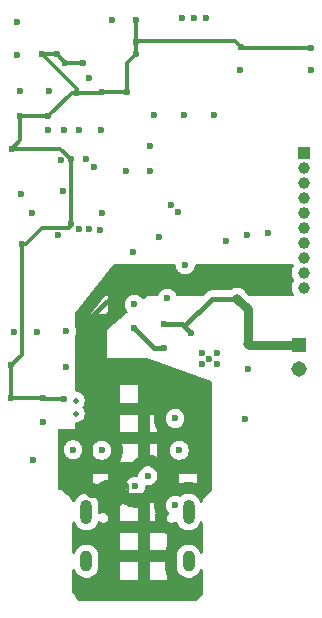
<source format=gbr>
%TF.GenerationSoftware,KiCad,Pcbnew,9.0.4*%
%TF.CreationDate,2025-09-15T16:29:57+02:00*%
%TF.ProjectId,stm32-mcu,73746d33-322d-46d6-9375-2e6b69636164,rev?*%
%TF.SameCoordinates,Original*%
%TF.FileFunction,Copper,L4,Inr*%
%TF.FilePolarity,Positive*%
%FSLAX46Y46*%
G04 Gerber Fmt 4.6, Leading zero omitted, Abs format (unit mm)*
G04 Created by KiCad (PCBNEW 9.0.4) date 2025-09-15 16:29:57*
%MOMM*%
%LPD*%
G01*
G04 APERTURE LIST*
%TA.AperFunction,HeatsinkPad*%
%ADD10O,1.000000X2.100000*%
%TD*%
%TA.AperFunction,HeatsinkPad*%
%ADD11O,1.000000X1.800000*%
%TD*%
%TA.AperFunction,ComponentPad*%
%ADD12R,1.000000X1.000000*%
%TD*%
%TA.AperFunction,ComponentPad*%
%ADD13C,1.000000*%
%TD*%
%TA.AperFunction,HeatsinkPad*%
%ADD14C,0.500000*%
%TD*%
%TA.AperFunction,HeatsinkPad*%
%ADD15C,0.600000*%
%TD*%
%TA.AperFunction,ComponentPad*%
%ADD16R,1.308000X1.308000*%
%TD*%
%TA.AperFunction,ComponentPad*%
%ADD17C,1.308000*%
%TD*%
%TA.AperFunction,ViaPad*%
%ADD18C,0.600000*%
%TD*%
%TA.AperFunction,ViaPad*%
%ADD19C,0.800000*%
%TD*%
%TA.AperFunction,Conductor*%
%ADD20C,0.200000*%
%TD*%
%TA.AperFunction,Conductor*%
%ADD21C,0.400000*%
%TD*%
%TA.AperFunction,Conductor*%
%ADD22C,0.300000*%
%TD*%
%TA.AperFunction,Conductor*%
%ADD23C,0.500000*%
%TD*%
%TA.AperFunction,Conductor*%
%ADD24C,0.750000*%
%TD*%
G04 APERTURE END LIST*
D10*
%TO.N,GND*%
%TO.C,J1*%
X135655387Y-115604149D03*
D11*
X135655387Y-119784149D03*
D10*
X144295387Y-115604149D03*
D11*
X144295387Y-119784149D03*
%TD*%
D12*
%TO.N,/LITE_PWM*%
%TO.C,J2*%
X154060387Y-85184149D03*
D13*
%TO.N,/SPI1_MISO*%
X154060387Y-86454149D03*
%TO.N,/SPI1_SCK*%
X154060387Y-87724149D03*
%TO.N,/SPI1_MOSI*%
X154060387Y-88994149D03*
%TO.N,/TFT_CS*%
X154060387Y-90264149D03*
%TO.N,/CARD_CS*%
X154060387Y-91534149D03*
%TO.N,/D{slash}C*%
X154060387Y-92804149D03*
%TO.N,/BOOT*%
X154060387Y-94074149D03*
%TO.N,/5vUSB*%
X154060387Y-95344149D03*
%TO.N,GND*%
X154060387Y-96614149D03*
%TD*%
D14*
%TO.N,GND*%
%TO.C,U2*%
X134757887Y-106176791D03*
X134757887Y-107276791D03*
%TD*%
D15*
%TO.N,GND*%
%TO.C,U8*%
X145414812Y-103110000D03*
X146694812Y-103110000D03*
X145414812Y-102140000D03*
X146694812Y-102140000D03*
%TD*%
D16*
%TO.N,/VBAT*%
%TO.C,J3*%
X153670000Y-101505000D03*
D17*
%TO.N,GND*%
X153670000Y-103505000D03*
%TD*%
D18*
%TO.N,GND*%
X139608465Y-93614335D03*
X146054812Y-102625000D03*
X137790733Y-73950812D03*
X129794000Y-74168000D03*
X129794000Y-76911200D03*
X132486400Y-80010000D03*
X129997200Y-80010000D03*
X141020800Y-86715600D03*
X141020800Y-84632800D03*
X141376400Y-81991200D03*
X154686000Y-78181200D03*
X148691600Y-78181200D03*
X146456400Y-81991200D03*
X143916400Y-81991200D03*
X136956800Y-110388400D03*
X134518400Y-110337600D03*
X131165600Y-111201200D03*
X131978400Y-108000800D03*
X133908800Y-103378000D03*
X133959600Y-100330000D03*
X139700000Y-98044000D03*
X142494000Y-97536000D03*
X149301200Y-103479600D03*
X149047200Y-107746800D03*
X143154400Y-107696000D03*
X143510000Y-110388400D03*
X143175387Y-115029149D03*
%TO.N,/5vUSB*%
X138988800Y-113385600D03*
%TO.N,/ACCEL_INT*%
X136771465Y-91726935D03*
X135839200Y-78892400D03*
%TO.N,/IO_INT*%
X136965387Y-90264149D03*
X144018000Y-94691200D03*
%TO.N,/SPI1_MISO*%
X133286197Y-92191600D03*
X131470400Y-100380800D03*
%TO.N,/RGB_B*%
X145805387Y-73754149D03*
X133506379Y-85810018D03*
%TO.N,/RGB_R*%
X133719140Y-83301649D03*
X144755387Y-73754149D03*
%TO.N,/RGB_G*%
X143705387Y-73754149D03*
X132384800Y-83312000D03*
%TO.N,/MEM_nCE*%
X129507273Y-100380800D03*
X130098800Y-88696800D03*
%TO.N,/BOOT*%
X141798212Y-92367596D03*
X136906000Y-83261200D03*
X135015387Y-83261200D03*
%TO.N,/I2C_SCL*%
X142830457Y-89594149D03*
X135636000Y-85750400D03*
%TO.N,/I2C_SDA*%
X143380000Y-90175528D03*
X136265387Y-86411600D03*
%TO.N,/TFT_CS*%
X147472400Y-92675000D03*
%TO.N,/CARD_CS*%
X149255588Y-92175000D03*
X151034365Y-91969035D03*
%TO.N,/BOOT*%
X139007222Y-86704963D03*
%TO.N,/USB_DM*%
X134987742Y-91690699D03*
X139801600Y-113436400D03*
%TO.N,/USB_DP*%
X140861387Y-112560000D03*
X135832341Y-91651411D03*
%TO.N,/SPI1_SCK*%
X131015387Y-90264149D03*
X133694999Y-88394149D03*
D19*
%TO.N,/5vUSB*%
X141450000Y-95645335D03*
X138716600Y-96436600D03*
D18*
%TO.N,/3v3*%
X136966658Y-80055547D03*
X135382000Y-77622400D03*
X129323661Y-84836976D03*
X130157273Y-92893049D03*
X154705293Y-76290722D03*
X131953363Y-105942085D03*
X129286000Y-103174800D03*
X129295387Y-105990761D03*
X130016269Y-82117349D03*
X131876800Y-76860400D03*
X148742400Y-76250800D03*
X133757885Y-106026843D03*
X133197600Y-76860400D03*
X134366000Y-85750400D03*
X132435600Y-82092800D03*
X133858000Y-77571600D03*
X139842308Y-76871223D03*
X134811875Y-80096051D03*
X139865733Y-73950812D03*
X134349165Y-91208802D03*
X139842308Y-75790000D03*
X139121439Y-80047446D03*
D19*
%TO.N,/5vUSB*%
X135980015Y-103388956D03*
X144830800Y-105968800D03*
X151953865Y-95645335D03*
X136499600Y-106070400D03*
X142443200Y-113995200D03*
X137558812Y-114202170D03*
X142207111Y-105587933D03*
X136296400Y-108356400D03*
X134527221Y-112432500D03*
D18*
%TO.N,/VBAT*%
X144475200Y-100431600D03*
X142240000Y-99720400D03*
D19*
X149310000Y-101430000D03*
X148405000Y-97545000D03*
D18*
%TO.N,/VBAT_SNS*%
X142240000Y-101701600D03*
X139700000Y-100060000D03*
%TD*%
D20*
%TO.N,/5vUSB*%
X138988800Y-113385600D02*
X139140000Y-113536800D01*
X139140000Y-113536800D02*
X139140000Y-114202170D01*
D21*
X142236230Y-114202170D02*
X139140000Y-114202170D01*
D22*
%TO.N,/3v3*%
X130576151Y-92893049D02*
X130157273Y-92893049D01*
X134349165Y-91208802D02*
X134349165Y-91406035D01*
X134366000Y-91191967D02*
X134366000Y-85750400D01*
X134349165Y-91406035D02*
X134213600Y-91541600D01*
X134213600Y-91541600D02*
X131927600Y-91541600D01*
X131927600Y-91541600D02*
X130576151Y-92893049D01*
X134349165Y-91208802D02*
X134366000Y-91191967D01*
X148234400Y-75742800D02*
X148742400Y-76250800D01*
X139889508Y-75742800D02*
X148234400Y-75742800D01*
X139842308Y-75790000D02*
X139889508Y-75742800D01*
X139842308Y-76871223D02*
X139842308Y-75790000D01*
X139842308Y-75790000D02*
X139842308Y-73974237D01*
X139842308Y-73974237D02*
X139865733Y-73950812D01*
D21*
%TO.N,/5vUSB*%
X138716600Y-96436600D02*
X135980015Y-99173186D01*
X135980015Y-99173186D02*
X135980015Y-103388956D01*
D20*
%TO.N,/SPI1_SCK*%
X133694999Y-88394149D02*
X133675414Y-88374564D01*
D21*
%TO.N,/5vUSB*%
X151953865Y-95645335D02*
X141450000Y-95645335D01*
X139140000Y-114202170D02*
X137558812Y-114202170D01*
X142443200Y-113995200D02*
X142236230Y-114202170D01*
D23*
X141919589Y-105300411D02*
X141919589Y-113471589D01*
X141919589Y-113471589D02*
X142443200Y-113995200D01*
X143433667Y-105587933D02*
X142207111Y-105587933D01*
D21*
X136296400Y-108359484D02*
X135967742Y-108688142D01*
D23*
X144830800Y-105968800D02*
X143814534Y-105968800D01*
D21*
X136296400Y-108356400D02*
X136462000Y-108190800D01*
D22*
%TO.N,/3v3*%
X133248400Y-76911200D02*
X133248400Y-76962000D01*
X129286000Y-105981374D02*
X129295387Y-105990761D01*
X134432349Y-80096051D02*
X134811875Y-80096051D01*
X133248400Y-76962000D02*
X133858000Y-77571600D01*
X132038121Y-106026843D02*
X131953363Y-105942085D01*
X133452576Y-84836976D02*
X134366000Y-85750400D01*
D21*
%TO.N,/5vUSB*%
X135967742Y-114202170D02*
X134527221Y-112761649D01*
D22*
%TO.N,/3v3*%
X129286000Y-103174800D02*
X129286000Y-105981374D01*
X129295387Y-105990761D02*
X131904687Y-105990761D01*
X129323661Y-84836976D02*
X133452576Y-84836976D01*
X131904687Y-105990761D02*
X131953363Y-105942085D01*
X134811875Y-79795475D02*
X134811875Y-80096051D01*
X130016269Y-82117349D02*
X130016269Y-84144368D01*
X136926154Y-80096051D02*
X136966658Y-80055547D01*
X133858000Y-77571600D02*
X135331200Y-77571600D01*
X134811875Y-80096051D02*
X136926154Y-80096051D01*
X130157273Y-92893049D02*
X130157273Y-102303527D01*
X148793200Y-76301600D02*
X154694415Y-76301600D01*
D21*
%TO.N,/5vUSB*%
X136462000Y-108190800D02*
X136462000Y-108140000D01*
D23*
X141919589Y-105300411D02*
X140008134Y-103388956D01*
D22*
%TO.N,/3v3*%
X131876800Y-76860400D02*
X134811875Y-79795475D01*
D23*
%TO.N,/5vUSB*%
X143814534Y-105968800D02*
X143433667Y-105587933D01*
D22*
%TO.N,/3v3*%
X133197600Y-76860400D02*
X131876800Y-76860400D01*
X154694415Y-76301600D02*
X154705293Y-76290722D01*
X135331200Y-77571600D02*
X135382000Y-77622400D01*
X130016269Y-84144368D02*
X129323661Y-84836976D01*
X133757885Y-106026843D02*
X132038121Y-106026843D01*
X136966658Y-80055547D02*
X139113338Y-80055547D01*
X139121439Y-80047446D02*
X139121439Y-77592092D01*
X139121439Y-77592092D02*
X139842308Y-76871223D01*
D23*
%TO.N,/5vUSB*%
X140008134Y-103388956D02*
X135980015Y-103388956D01*
D21*
X136296400Y-108356400D02*
X136296400Y-108359484D01*
D22*
%TO.N,/3v3*%
X130157273Y-102303527D02*
X129286000Y-103174800D01*
D21*
%TO.N,/5vUSB*%
X136499600Y-108102400D02*
X136499600Y-106070400D01*
D24*
%TO.N,/VBAT*%
X149310000Y-101430000D02*
X149310000Y-98450000D01*
X149385000Y-101505000D02*
X149310000Y-101430000D01*
X149310000Y-98450000D02*
X148405000Y-97545000D01*
D21*
X143764000Y-99720400D02*
X143946800Y-99903200D01*
X142240000Y-99720400D02*
X143764000Y-99720400D01*
%TO.N,/5vUSB*%
X137558812Y-114202170D02*
X135967742Y-114202170D01*
X136462000Y-108140000D02*
X136499600Y-108102400D01*
%TO.N,/VBAT*%
X146305000Y-97545000D02*
X148405000Y-97545000D01*
D23*
%TO.N,/5vUSB*%
X142207111Y-105587933D02*
X141919589Y-105300411D01*
D21*
X135967742Y-108688142D02*
X135967742Y-114202170D01*
%TO.N,/VBAT*%
X143946800Y-99903200D02*
X144475200Y-100431600D01*
X143946800Y-99903200D02*
X146305000Y-97545000D01*
D24*
X153670000Y-101505000D02*
X149385000Y-101505000D01*
D21*
%TO.N,/VBAT_SNS*%
X142240000Y-101701600D02*
X141341600Y-101701600D01*
X141341600Y-101701600D02*
X139700000Y-100060000D01*
D22*
%TO.N,/3v3*%
X132435600Y-82092800D02*
X130040818Y-82092800D01*
X130040818Y-82092800D02*
X130016269Y-82117349D01*
X133197600Y-76860400D02*
X133248400Y-76911200D01*
X132435600Y-82092800D02*
X134432349Y-80096051D01*
X139113338Y-80055547D02*
X139121439Y-80047446D01*
X148742400Y-76250800D02*
X148793200Y-76301600D01*
%TD*%
%TA.AperFunction,Conductor*%
%TO.N,/5vUSB*%
G36*
X143093678Y-94622315D02*
G01*
X143160688Y-94642095D01*
X143206368Y-94694965D01*
X143217500Y-94746315D01*
X143217500Y-94770046D01*
X143248261Y-94924689D01*
X143248264Y-94924701D01*
X143308602Y-95070372D01*
X143308609Y-95070385D01*
X143396210Y-95201488D01*
X143396213Y-95201492D01*
X143507707Y-95312986D01*
X143507711Y-95312989D01*
X143638814Y-95400590D01*
X143638827Y-95400597D01*
X143740332Y-95442641D01*
X143784503Y-95460937D01*
X143939153Y-95491699D01*
X143939156Y-95491700D01*
X143939158Y-95491700D01*
X144096844Y-95491700D01*
X144096845Y-95491699D01*
X144251497Y-95460937D01*
X144397179Y-95400594D01*
X144528289Y-95312989D01*
X144639789Y-95201489D01*
X144727394Y-95070379D01*
X144787737Y-94924697D01*
X144818500Y-94770042D01*
X144818500Y-94748956D01*
X144838185Y-94681917D01*
X144890989Y-94636162D01*
X144942672Y-94624956D01*
X153098650Y-94636608D01*
X153165660Y-94656388D01*
X153211340Y-94709258D01*
X153221185Y-94778430D01*
X153201575Y-94829498D01*
X153174196Y-94870474D01*
X153098817Y-95052455D01*
X153098814Y-95052467D01*
X153060387Y-95245653D01*
X153060387Y-95442644D01*
X153098814Y-95635830D01*
X153098817Y-95635842D01*
X153174194Y-95817820D01*
X153174201Y-95817833D01*
X153235657Y-95909808D01*
X153256535Y-95976486D01*
X153238050Y-96043866D01*
X153235658Y-96047589D01*
X153173757Y-96140231D01*
X153173751Y-96140242D01*
X153098337Y-96322309D01*
X153098334Y-96322319D01*
X153059887Y-96515605D01*
X153059887Y-96515608D01*
X153059887Y-96712690D01*
X153059887Y-96712692D01*
X153059886Y-96712692D01*
X153098334Y-96905978D01*
X153098337Y-96905988D01*
X153173751Y-97088056D01*
X153173758Y-97088068D01*
X153201589Y-97129720D01*
X153222467Y-97196397D01*
X153203983Y-97263777D01*
X153152004Y-97310468D01*
X153098590Y-97322611D01*
X149475226Y-97325617D01*
X149408170Y-97305988D01*
X149387442Y-97289298D01*
X149184294Y-97086150D01*
X149168873Y-97067359D01*
X149104467Y-96970969D01*
X149104461Y-96970961D01*
X148979038Y-96845538D01*
X148979034Y-96845535D01*
X148831553Y-96746990D01*
X148831540Y-96746983D01*
X148667667Y-96679106D01*
X148667658Y-96679103D01*
X148493694Y-96644500D01*
X148493691Y-96644500D01*
X148316309Y-96644500D01*
X148316306Y-96644500D01*
X148142341Y-96679103D01*
X148142332Y-96679106D01*
X147978452Y-96746987D01*
X147978450Y-96746988D01*
X147863791Y-96823602D01*
X147797114Y-96844480D01*
X147794900Y-96844500D01*
X146236004Y-96844500D01*
X146133175Y-96864953D01*
X146133176Y-96864954D01*
X146100675Y-96871418D01*
X146100660Y-96871423D01*
X146047866Y-96893291D01*
X146047866Y-96893292D01*
X146017240Y-96905978D01*
X145973186Y-96924226D01*
X145963034Y-96931010D01*
X145962923Y-96931084D01*
X145858457Y-97000886D01*
X145858453Y-97000889D01*
X145566729Y-97292613D01*
X145505406Y-97326098D01*
X145479151Y-97328932D01*
X143358371Y-97330692D01*
X143291315Y-97311063D01*
X143245516Y-97258297D01*
X143243707Y-97254145D01*
X143203395Y-97156823D01*
X143203390Y-97156814D01*
X143115789Y-97025711D01*
X143115786Y-97025707D01*
X143004292Y-96914213D01*
X143004288Y-96914210D01*
X142873185Y-96826609D01*
X142873172Y-96826602D01*
X142727501Y-96766264D01*
X142727489Y-96766261D01*
X142572845Y-96735500D01*
X142572842Y-96735500D01*
X142415158Y-96735500D01*
X142415155Y-96735500D01*
X142260510Y-96766261D01*
X142260498Y-96766264D01*
X142114827Y-96826602D01*
X142114814Y-96826609D01*
X141983711Y-96914210D01*
X141983707Y-96914213D01*
X141872213Y-97025707D01*
X141872210Y-97025711D01*
X141784609Y-97156814D01*
X141784604Y-97156823D01*
X141743699Y-97255579D01*
X141699858Y-97309982D01*
X141633564Y-97332047D01*
X141629241Y-97332126D01*
X140817600Y-97332799D01*
X140817599Y-97332800D01*
X140519693Y-97582515D01*
X140455671Y-97610495D01*
X140386684Y-97599421D01*
X140336934Y-97556377D01*
X140321786Y-97533707D01*
X140210292Y-97422213D01*
X140210288Y-97422210D01*
X140079185Y-97334609D01*
X140079172Y-97334602D01*
X139933501Y-97274264D01*
X139933489Y-97274261D01*
X139778845Y-97243500D01*
X139778842Y-97243500D01*
X139621158Y-97243500D01*
X139621155Y-97243500D01*
X139466510Y-97274261D01*
X139466498Y-97274264D01*
X139320827Y-97334602D01*
X139320814Y-97334609D01*
X139189711Y-97422210D01*
X139189707Y-97422213D01*
X139078213Y-97533707D01*
X139078210Y-97533711D01*
X138990609Y-97664814D01*
X138990602Y-97664827D01*
X138930264Y-97810498D01*
X138930261Y-97810510D01*
X138899500Y-97965153D01*
X138899500Y-98122846D01*
X138930261Y-98277489D01*
X138930264Y-98277501D01*
X138990602Y-98423172D01*
X138990609Y-98423185D01*
X139078210Y-98554288D01*
X139078213Y-98554292D01*
X139111145Y-98587224D01*
X139144630Y-98648547D01*
X139139646Y-98718239D01*
X139103122Y-98769935D01*
X137363200Y-100228400D01*
X137413999Y-102565200D01*
X137414000Y-102565200D01*
X140745096Y-102565200D01*
X140787212Y-102572571D01*
X146171318Y-104516831D01*
X146227684Y-104558114D01*
X146252785Y-104623320D01*
X146253200Y-104633459D01*
X146253200Y-113742963D01*
X146233515Y-113810002D01*
X146219663Y-113827772D01*
X145491200Y-114604800D01*
X145491200Y-114703275D01*
X145471515Y-114770314D01*
X145418711Y-114816069D01*
X145349553Y-114826013D01*
X145285997Y-114796988D01*
X145252639Y-114750727D01*
X145182022Y-114580241D01*
X145182015Y-114580228D01*
X145072526Y-114416367D01*
X145072523Y-114416363D01*
X144933172Y-114277012D01*
X144933168Y-114277009D01*
X144769307Y-114167520D01*
X144769294Y-114167513D01*
X144587226Y-114092099D01*
X144587216Y-114092096D01*
X144393930Y-114053649D01*
X144393928Y-114053649D01*
X144196846Y-114053649D01*
X144196844Y-114053649D01*
X144003557Y-114092096D01*
X144003547Y-114092099D01*
X143821479Y-114167513D01*
X143821466Y-114167520D01*
X143657608Y-114277007D01*
X143657599Y-114277014D01*
X143655780Y-114278834D01*
X143654593Y-114279481D01*
X143652901Y-114280871D01*
X143652637Y-114280549D01*
X143594454Y-114312314D01*
X143524763Y-114307324D01*
X143520654Y-114305708D01*
X143483650Y-114290381D01*
X143408884Y-114259412D01*
X143408879Y-114259411D01*
X143408876Y-114259410D01*
X143254232Y-114228649D01*
X143254229Y-114228649D01*
X143096545Y-114228649D01*
X143096542Y-114228649D01*
X142941897Y-114259410D01*
X142941885Y-114259413D01*
X142796214Y-114319751D01*
X142796201Y-114319758D01*
X142665098Y-114407359D01*
X142665094Y-114407362D01*
X142553600Y-114518856D01*
X142553597Y-114518860D01*
X142465996Y-114649963D01*
X142465989Y-114649976D01*
X142405651Y-114795647D01*
X142405648Y-114795659D01*
X142374887Y-114950302D01*
X142374887Y-115107995D01*
X142405648Y-115262638D01*
X142405651Y-115262650D01*
X142465989Y-115408321D01*
X142465996Y-115408334D01*
X142553597Y-115539437D01*
X142553600Y-115539441D01*
X142603292Y-115589133D01*
X142636777Y-115650456D01*
X142631793Y-115720148D01*
X142603293Y-115764495D01*
X142524901Y-115842887D01*
X142524900Y-115842889D01*
X142468885Y-115939909D01*
X142468884Y-115939912D01*
X142439887Y-116048131D01*
X142439887Y-116160167D01*
X142468884Y-116268386D01*
X142524902Y-116365412D01*
X142604124Y-116444634D01*
X142701150Y-116500652D01*
X142809369Y-116529649D01*
X142809371Y-116529649D01*
X142921403Y-116529649D01*
X142921405Y-116529649D01*
X143029624Y-116500652D01*
X143126650Y-116444634D01*
X143141179Y-116430104D01*
X143202499Y-116396619D01*
X143272191Y-116401602D01*
X143328125Y-116443472D01*
X143343421Y-116470333D01*
X143408751Y-116628056D01*
X143408758Y-116628069D01*
X143518247Y-116791930D01*
X143518250Y-116791934D01*
X143657601Y-116931285D01*
X143657605Y-116931288D01*
X143821466Y-117040777D01*
X143821479Y-117040784D01*
X144003547Y-117116198D01*
X144003552Y-117116200D01*
X144003556Y-117116200D01*
X144003557Y-117116201D01*
X144196843Y-117154649D01*
X144196846Y-117154649D01*
X144393930Y-117154649D01*
X144523969Y-117128781D01*
X144587222Y-117116200D01*
X144769301Y-117040781D01*
X144933169Y-116931288D01*
X145072526Y-116791931D01*
X145182019Y-116628063D01*
X145252639Y-116457570D01*
X145296479Y-116403166D01*
X145362773Y-116381101D01*
X145430473Y-116398380D01*
X145478084Y-116449517D01*
X145491200Y-116505022D01*
X145491200Y-119033275D01*
X145471515Y-119100314D01*
X145418711Y-119146069D01*
X145349553Y-119156013D01*
X145285997Y-119126988D01*
X145252639Y-119080727D01*
X145182022Y-118910241D01*
X145182015Y-118910228D01*
X145072526Y-118746367D01*
X145072523Y-118746363D01*
X144933172Y-118607012D01*
X144933168Y-118607009D01*
X144769307Y-118497520D01*
X144769294Y-118497513D01*
X144587226Y-118422099D01*
X144587216Y-118422096D01*
X144393930Y-118383649D01*
X144393928Y-118383649D01*
X144196846Y-118383649D01*
X144196844Y-118383649D01*
X144003557Y-118422096D01*
X144003547Y-118422099D01*
X143821479Y-118497513D01*
X143821466Y-118497520D01*
X143657605Y-118607009D01*
X143657601Y-118607012D01*
X143518250Y-118746363D01*
X143518247Y-118746367D01*
X143408758Y-118910228D01*
X143408751Y-118910241D01*
X143333337Y-119092309D01*
X143333334Y-119092319D01*
X143294887Y-119285605D01*
X143294887Y-119285608D01*
X143294887Y-120282690D01*
X143294887Y-120282692D01*
X143294886Y-120282692D01*
X143333334Y-120475978D01*
X143333337Y-120475988D01*
X143408751Y-120658056D01*
X143408758Y-120658069D01*
X143518247Y-120821930D01*
X143518250Y-120821934D01*
X143657601Y-120961285D01*
X143657605Y-120961288D01*
X143821466Y-121070777D01*
X143821479Y-121070784D01*
X144003547Y-121146198D01*
X144003552Y-121146200D01*
X144003556Y-121146200D01*
X144003557Y-121146201D01*
X144196843Y-121184649D01*
X144196846Y-121184649D01*
X144393930Y-121184649D01*
X144523969Y-121158781D01*
X144587222Y-121146200D01*
X144769301Y-121070781D01*
X144933169Y-120961288D01*
X145072526Y-120821931D01*
X145182019Y-120658063D01*
X145252639Y-120487570D01*
X145296479Y-120433166D01*
X145362773Y-120411101D01*
X145430473Y-120428380D01*
X145478084Y-120479517D01*
X145491200Y-120535022D01*
X145491200Y-122532164D01*
X145471515Y-122599203D01*
X145458607Y-122615954D01*
X144969259Y-123149790D01*
X144909449Y-123185907D01*
X144877852Y-123190000D01*
X135041963Y-123190000D01*
X134974924Y-123170315D01*
X134938789Y-123134783D01*
X134488426Y-122459239D01*
X134467618Y-122392540D01*
X134467600Y-122390456D01*
X134467600Y-121365086D01*
X138496400Y-121365086D01*
X139998400Y-121365086D01*
X140996400Y-121365086D01*
X142498400Y-121365086D01*
X142498400Y-121067807D01*
X142496097Y-121062612D01*
X142401928Y-120835265D01*
X142399738Y-120829588D01*
X142387336Y-120794927D01*
X142385427Y-120789149D01*
X142371201Y-120742254D01*
X142369578Y-120736390D01*
X142360628Y-120700664D01*
X142359294Y-120694722D01*
X142311283Y-120453357D01*
X142310242Y-120447360D01*
X142304838Y-120410928D01*
X142304093Y-120404887D01*
X142299290Y-120356115D01*
X142298842Y-120350045D01*
X142297036Y-120313273D01*
X142296887Y-120307190D01*
X142296887Y-119863086D01*
X140996400Y-119863086D01*
X140996400Y-121365086D01*
X139998400Y-121365086D01*
X139998400Y-119863086D01*
X138496400Y-119863086D01*
X138496400Y-121365086D01*
X134467600Y-121365086D01*
X134467600Y-120554399D01*
X134487285Y-120487360D01*
X134540089Y-120441605D01*
X134609247Y-120431661D01*
X134672803Y-120460686D01*
X134706161Y-120506947D01*
X134768751Y-120658056D01*
X134768758Y-120658069D01*
X134878247Y-120821930D01*
X134878250Y-120821934D01*
X135017601Y-120961285D01*
X135017605Y-120961288D01*
X135181466Y-121070777D01*
X135181479Y-121070784D01*
X135363547Y-121146198D01*
X135363552Y-121146200D01*
X135363556Y-121146200D01*
X135363557Y-121146201D01*
X135556843Y-121184649D01*
X135556846Y-121184649D01*
X135753930Y-121184649D01*
X135883969Y-121158781D01*
X135947222Y-121146200D01*
X136129301Y-121070781D01*
X136293169Y-120961288D01*
X136432526Y-120821931D01*
X136542019Y-120658063D01*
X136617438Y-120475984D01*
X136655887Y-120282690D01*
X136655887Y-119285608D01*
X136655887Y-119285605D01*
X136617439Y-119092319D01*
X136617438Y-119092318D01*
X136617438Y-119092314D01*
X136607948Y-119069403D01*
X136542022Y-118910241D01*
X136542015Y-118910228D01*
X136511852Y-118865086D01*
X138496400Y-118865086D01*
X139998400Y-118865086D01*
X140996400Y-118865086D01*
X142361266Y-118865086D01*
X142369578Y-118831908D01*
X142371201Y-118826044D01*
X142385427Y-118779149D01*
X142387336Y-118773371D01*
X142399738Y-118738710D01*
X142401928Y-118733033D01*
X142496097Y-118505686D01*
X142498400Y-118500489D01*
X142498400Y-117479530D01*
X142411286Y-117456189D01*
X142403520Y-117453833D01*
X142357026Y-117438050D01*
X142349434Y-117435193D01*
X142289049Y-117410182D01*
X142281656Y-117406832D01*
X142237610Y-117385111D01*
X142230454Y-117381286D01*
X142198931Y-117363086D01*
X140996400Y-117363086D01*
X140996400Y-118865086D01*
X139998400Y-118865086D01*
X139998400Y-117363086D01*
X138496400Y-117363086D01*
X138496400Y-118865086D01*
X136511852Y-118865086D01*
X136432526Y-118746367D01*
X136432523Y-118746363D01*
X136293172Y-118607012D01*
X136293168Y-118607009D01*
X136129307Y-118497520D01*
X136129294Y-118497513D01*
X135947226Y-118422099D01*
X135947216Y-118422096D01*
X135753930Y-118383649D01*
X135753928Y-118383649D01*
X135556846Y-118383649D01*
X135556844Y-118383649D01*
X135363557Y-118422096D01*
X135363547Y-118422099D01*
X135181479Y-118497513D01*
X135181466Y-118497520D01*
X135017605Y-118607009D01*
X135017601Y-118607012D01*
X134878250Y-118746363D01*
X134878247Y-118746367D01*
X134768758Y-118910228D01*
X134768751Y-118910241D01*
X134706161Y-119061350D01*
X134662320Y-119115754D01*
X134596026Y-119137819D01*
X134528327Y-119120540D01*
X134480716Y-119069403D01*
X134467600Y-119013898D01*
X134467600Y-116524399D01*
X134487285Y-116457360D01*
X134540089Y-116411605D01*
X134609247Y-116401661D01*
X134672803Y-116430686D01*
X134706161Y-116476947D01*
X134768751Y-116628056D01*
X134768758Y-116628069D01*
X134878247Y-116791930D01*
X134878250Y-116791934D01*
X135017601Y-116931285D01*
X135017605Y-116931288D01*
X135181466Y-117040777D01*
X135181479Y-117040784D01*
X135363547Y-117116198D01*
X135363552Y-117116200D01*
X135363556Y-117116200D01*
X135363557Y-117116201D01*
X135556843Y-117154649D01*
X135556846Y-117154649D01*
X135753930Y-117154649D01*
X135883969Y-117128781D01*
X135947222Y-117116200D01*
X136129301Y-117040781D01*
X136293169Y-116931288D01*
X136432526Y-116791931D01*
X136542019Y-116628063D01*
X136542020Y-116628060D01*
X136542022Y-116628057D01*
X136582783Y-116529649D01*
X136607352Y-116470331D01*
X136651192Y-116415929D01*
X136717486Y-116393864D01*
X136785186Y-116411143D01*
X136809594Y-116430104D01*
X136824124Y-116444634D01*
X136921150Y-116500652D01*
X137029369Y-116529649D01*
X137029371Y-116529649D01*
X137141403Y-116529649D01*
X137141405Y-116529649D01*
X137249624Y-116500652D01*
X137346650Y-116444634D01*
X137425872Y-116365412D01*
X137481890Y-116268386D01*
X137510887Y-116160167D01*
X137510887Y-116048131D01*
X137481890Y-115939912D01*
X137425872Y-115842886D01*
X137346650Y-115763664D01*
X137249624Y-115707646D01*
X137141405Y-115678649D01*
X137029369Y-115678649D01*
X136921150Y-115707646D01*
X136921147Y-115707647D01*
X136841887Y-115753408D01*
X136773986Y-115769881D01*
X136707960Y-115747028D01*
X136664769Y-115692107D01*
X136655887Y-115646021D01*
X136655887Y-115137001D01*
X138496400Y-115137001D01*
X138496400Y-115887875D01*
X138504614Y-115950253D01*
X138505410Y-115958332D01*
X138508622Y-116007338D01*
X138508887Y-116015448D01*
X138508887Y-116192850D01*
X138508622Y-116200960D01*
X138505410Y-116249966D01*
X138504614Y-116258045D01*
X138496400Y-116320422D01*
X138496400Y-116365086D01*
X139998400Y-116365086D01*
X140996400Y-116365086D01*
X141462826Y-116365086D01*
X141456015Y-116330848D01*
X141454693Y-116322845D01*
X141446160Y-116258045D01*
X141445364Y-116249966D01*
X141442152Y-116200960D01*
X141441887Y-116192850D01*
X141441887Y-116015448D01*
X141442152Y-116007338D01*
X141445364Y-115958332D01*
X141446160Y-115950253D01*
X141454693Y-115885453D01*
X141456015Y-115877450D01*
X141465594Y-115829295D01*
X141467436Y-115821394D01*
X141502561Y-115690300D01*
X141474241Y-115621927D01*
X141472052Y-115616250D01*
X141459650Y-115581589D01*
X141457741Y-115575811D01*
X141443515Y-115528916D01*
X141441892Y-115523052D01*
X141432942Y-115487326D01*
X141431608Y-115481384D01*
X141391283Y-115278657D01*
X141390242Y-115272660D01*
X141384838Y-115236229D01*
X141384093Y-115230188D01*
X141379290Y-115181416D01*
X141378842Y-115175346D01*
X141377036Y-115138574D01*
X141376887Y-115132491D01*
X141376887Y-114925807D01*
X141377036Y-114919724D01*
X141378842Y-114882952D01*
X141379290Y-114876882D01*
X141380649Y-114863086D01*
X140996400Y-114863086D01*
X140996400Y-116365086D01*
X139998400Y-116365086D01*
X139998400Y-115228111D01*
X139953867Y-115232497D01*
X139947797Y-115232945D01*
X139911025Y-115234751D01*
X139904942Y-115234900D01*
X139698258Y-115234900D01*
X139692175Y-115234751D01*
X139655403Y-115232945D01*
X139649333Y-115232497D01*
X139600561Y-115227694D01*
X139594520Y-115226949D01*
X139558089Y-115221545D01*
X139552092Y-115220504D01*
X139349365Y-115180179D01*
X139343423Y-115178845D01*
X139307697Y-115169895D01*
X139301833Y-115168272D01*
X139254938Y-115154046D01*
X139249160Y-115152137D01*
X139214499Y-115139735D01*
X139208822Y-115137545D01*
X139017872Y-115058452D01*
X139012308Y-115055986D01*
X138979026Y-115040245D01*
X138973591Y-115037509D01*
X138930370Y-115014408D01*
X138925075Y-115011409D01*
X138893482Y-114992474D01*
X138888337Y-114989216D01*
X138716478Y-114874383D01*
X138711502Y-114870878D01*
X138706092Y-114866866D01*
X138695629Y-114887402D01*
X138685462Y-114903992D01*
X138574439Y-115056803D01*
X138561802Y-115071599D01*
X138496400Y-115137001D01*
X136655887Y-115137001D01*
X136655887Y-114955605D01*
X136617439Y-114762319D01*
X136617438Y-114762318D01*
X136617438Y-114762314D01*
X136612639Y-114750727D01*
X136542022Y-114580241D01*
X136542015Y-114580228D01*
X136432526Y-114416367D01*
X136432523Y-114416363D01*
X136293172Y-114277012D01*
X136293168Y-114277009D01*
X136129307Y-114167520D01*
X136129294Y-114167513D01*
X135947226Y-114092099D01*
X135947216Y-114092096D01*
X135753930Y-114053649D01*
X135753928Y-114053649D01*
X135556846Y-114053649D01*
X135556844Y-114053649D01*
X135363557Y-114092096D01*
X135363547Y-114092099D01*
X135181479Y-114167513D01*
X135181466Y-114167520D01*
X135017605Y-114277009D01*
X135017601Y-114277012D01*
X134878250Y-114416363D01*
X134878247Y-114416367D01*
X134768758Y-114580228D01*
X134768751Y-114580241D01*
X134706161Y-114731350D01*
X134662320Y-114785754D01*
X134596026Y-114807819D01*
X134528327Y-114790540D01*
X134480716Y-114739403D01*
X134467600Y-114683898D01*
X134467600Y-114604800D01*
X134275133Y-114433718D01*
X134257194Y-114413922D01*
X134162311Y-114283321D01*
X134162309Y-114283319D01*
X134019619Y-114140623D01*
X134019618Y-114140622D01*
X133937991Y-114081314D01*
X133856363Y-114022005D01*
X133856358Y-114022002D01*
X133856356Y-114022001D01*
X133766490Y-113976210D01*
X133740406Y-113958405D01*
X133553200Y-113792000D01*
X133372400Y-113792000D01*
X133305361Y-113772315D01*
X133259606Y-113719511D01*
X133248400Y-113668000D01*
X133248400Y-113357553D01*
X139001100Y-113357553D01*
X139001100Y-113515246D01*
X139031861Y-113669889D01*
X139031864Y-113669901D01*
X139092202Y-113815572D01*
X139092209Y-113815585D01*
X139179810Y-113946688D01*
X139179813Y-113946692D01*
X139291307Y-114058186D01*
X139291311Y-114058189D01*
X139422414Y-114145790D01*
X139422427Y-114145797D01*
X139568098Y-114206135D01*
X139568103Y-114206137D01*
X139681278Y-114228649D01*
X139722753Y-114236899D01*
X139722756Y-114236900D01*
X139722758Y-114236900D01*
X139880444Y-114236900D01*
X139880445Y-114236899D01*
X140035097Y-114206137D01*
X140180779Y-114145794D01*
X140311889Y-114058189D01*
X140423389Y-113946689D01*
X140510994Y-113815579D01*
X140571337Y-113669897D01*
X140602100Y-113515242D01*
X140602100Y-113475701D01*
X140621785Y-113408662D01*
X140674589Y-113362907D01*
X140743747Y-113352963D01*
X140750263Y-113354078D01*
X140782545Y-113360500D01*
X140940231Y-113360500D01*
X140940232Y-113360499D01*
X141094884Y-113329737D01*
X141240566Y-113269394D01*
X141355974Y-113192281D01*
X143496400Y-113192281D01*
X143512962Y-113215078D01*
X143644271Y-113160690D01*
X143649948Y-113158500D01*
X143684609Y-113146098D01*
X143690387Y-113144189D01*
X143737282Y-113129963D01*
X143743146Y-113128340D01*
X143778872Y-113119390D01*
X143784814Y-113118056D01*
X144026179Y-113070045D01*
X144032176Y-113069004D01*
X144068608Y-113063600D01*
X144074649Y-113062855D01*
X144123421Y-113058052D01*
X144129491Y-113057604D01*
X144166263Y-113055798D01*
X144172346Y-113055649D01*
X144418428Y-113055649D01*
X144424511Y-113055798D01*
X144461283Y-113057604D01*
X144467353Y-113058052D01*
X144516125Y-113062855D01*
X144522166Y-113063600D01*
X144558598Y-113069004D01*
X144564595Y-113070045D01*
X144805960Y-113118056D01*
X144811902Y-113119390D01*
X144847628Y-113128340D01*
X144853492Y-113129963D01*
X144900387Y-113144189D01*
X144906165Y-113146098D01*
X144940826Y-113158500D01*
X144946503Y-113160690D01*
X144998400Y-113182185D01*
X144998400Y-112363086D01*
X143496400Y-112363086D01*
X143496400Y-113192281D01*
X141355974Y-113192281D01*
X141371676Y-113181789D01*
X141483176Y-113070289D01*
X141570781Y-112939179D01*
X141631124Y-112793497D01*
X141661887Y-112638842D01*
X141661887Y-112481158D01*
X141661887Y-112481155D01*
X141661886Y-112481153D01*
X141631125Y-112326510D01*
X141631124Y-112326503D01*
X141631122Y-112326498D01*
X141570784Y-112180827D01*
X141570777Y-112180814D01*
X141483176Y-112049711D01*
X141483173Y-112049707D01*
X141371679Y-111938213D01*
X141371675Y-111938210D01*
X141240572Y-111850609D01*
X141240559Y-111850602D01*
X141094888Y-111790264D01*
X141094876Y-111790261D01*
X140940232Y-111759500D01*
X140940229Y-111759500D01*
X140782545Y-111759500D01*
X140782542Y-111759500D01*
X140627897Y-111790261D01*
X140627885Y-111790264D01*
X140482214Y-111850602D01*
X140482201Y-111850609D01*
X140351098Y-111938210D01*
X140351094Y-111938213D01*
X140239600Y-112049707D01*
X140239597Y-112049711D01*
X140151996Y-112180814D01*
X140151989Y-112180827D01*
X140091651Y-112326498D01*
X140091648Y-112326510D01*
X140060887Y-112481153D01*
X140060887Y-112520698D01*
X140041202Y-112587737D01*
X139988398Y-112633492D01*
X139919240Y-112643436D01*
X139912696Y-112642315D01*
X139880446Y-112635900D01*
X139880442Y-112635900D01*
X139722758Y-112635900D01*
X139722755Y-112635900D01*
X139568110Y-112666661D01*
X139568098Y-112666664D01*
X139422427Y-112727002D01*
X139422414Y-112727009D01*
X139291311Y-112814610D01*
X139291307Y-112814613D01*
X139179813Y-112926107D01*
X139179810Y-112926111D01*
X139092209Y-113057214D01*
X139092202Y-113057227D01*
X139031864Y-113202898D01*
X139031861Y-113202910D01*
X139001100Y-113357553D01*
X133248400Y-113357553D01*
X133248400Y-113084328D01*
X135996400Y-113084328D01*
X136165960Y-113118056D01*
X136171902Y-113119390D01*
X136207628Y-113128340D01*
X136213492Y-113129963D01*
X136260387Y-113144189D01*
X136266165Y-113146098D01*
X136300826Y-113158500D01*
X136306503Y-113160690D01*
X136533850Y-113254859D01*
X136539414Y-113257325D01*
X136572696Y-113273066D01*
X136578131Y-113275802D01*
X136600698Y-113287864D01*
X136689383Y-113199180D01*
X136704179Y-113186543D01*
X136856990Y-113075520D01*
X136873580Y-113065353D01*
X137041877Y-112979601D01*
X137059854Y-112972155D01*
X137239493Y-112913787D01*
X137258413Y-112909245D01*
X137444972Y-112879697D01*
X137464370Y-112878170D01*
X137498400Y-112878170D01*
X137498400Y-112363086D01*
X135996400Y-112363086D01*
X135996400Y-113084328D01*
X133248400Y-113084328D01*
X133248400Y-111321441D01*
X138496400Y-111321441D01*
X138496400Y-111365086D01*
X139513017Y-111365086D01*
X139516578Y-111361346D01*
X139662733Y-111215191D01*
X139667142Y-111210993D01*
X139694429Y-111186262D01*
X139699036Y-111182288D01*
X139736918Y-111151199D01*
X139741716Y-111147455D01*
X139771289Y-111125522D01*
X139776265Y-111122017D01*
X139948124Y-111007184D01*
X139953269Y-111003926D01*
X139984862Y-110984991D01*
X139990157Y-110981992D01*
X139998400Y-110977586D01*
X139998400Y-110762905D01*
X140996400Y-110762905D01*
X141007584Y-110763455D01*
X141013654Y-110763903D01*
X141062426Y-110768706D01*
X141068467Y-110769451D01*
X141104898Y-110774855D01*
X141110895Y-110775896D01*
X141313622Y-110816221D01*
X141319564Y-110817555D01*
X141355290Y-110826505D01*
X141361154Y-110828128D01*
X141408049Y-110842354D01*
X141413827Y-110844263D01*
X141448488Y-110856665D01*
X141454165Y-110858855D01*
X141645115Y-110937948D01*
X141650679Y-110940414D01*
X141683961Y-110956155D01*
X141689396Y-110958891D01*
X141732617Y-110981992D01*
X141737912Y-110984991D01*
X141769505Y-111003926D01*
X141774650Y-111007184D01*
X141836838Y-111048737D01*
X141808855Y-110981178D01*
X141806665Y-110975501D01*
X141794263Y-110940840D01*
X141792354Y-110935062D01*
X141778128Y-110888167D01*
X141776505Y-110882303D01*
X141767555Y-110846577D01*
X141766221Y-110840635D01*
X141725896Y-110637908D01*
X141724855Y-110631911D01*
X141719451Y-110595480D01*
X141718706Y-110589439D01*
X141713903Y-110540667D01*
X141713455Y-110534597D01*
X141711649Y-110497825D01*
X141711500Y-110491742D01*
X141711500Y-110309553D01*
X142709500Y-110309553D01*
X142709500Y-110467246D01*
X142740261Y-110621889D01*
X142740264Y-110621901D01*
X142800602Y-110767572D01*
X142800609Y-110767585D01*
X142888210Y-110898688D01*
X142888213Y-110898692D01*
X142999707Y-111010186D01*
X142999711Y-111010189D01*
X143130814Y-111097790D01*
X143130827Y-111097797D01*
X143228129Y-111138100D01*
X143276503Y-111158137D01*
X143417896Y-111186262D01*
X143431153Y-111188899D01*
X143431156Y-111188900D01*
X143431158Y-111188900D01*
X143588844Y-111188900D01*
X143588845Y-111188899D01*
X143743497Y-111158137D01*
X143889179Y-111097794D01*
X144020289Y-111010189D01*
X144131789Y-110898689D01*
X144219394Y-110767579D01*
X144279737Y-110621897D01*
X144310500Y-110467242D01*
X144310500Y-110309558D01*
X144310500Y-110309555D01*
X144310499Y-110309553D01*
X144300395Y-110258758D01*
X144279737Y-110154903D01*
X144258693Y-110104098D01*
X144219397Y-110009227D01*
X144219390Y-110009214D01*
X144131789Y-109878111D01*
X144131786Y-109878107D01*
X144020292Y-109766613D01*
X144020288Y-109766610D01*
X143889185Y-109679009D01*
X143889172Y-109679002D01*
X143743501Y-109618664D01*
X143743489Y-109618661D01*
X143588845Y-109587900D01*
X143588842Y-109587900D01*
X143431158Y-109587900D01*
X143431155Y-109587900D01*
X143276510Y-109618661D01*
X143276498Y-109618664D01*
X143130827Y-109679002D01*
X143130814Y-109679009D01*
X142999711Y-109766610D01*
X142999707Y-109766613D01*
X142888213Y-109878107D01*
X142888210Y-109878111D01*
X142800609Y-110009214D01*
X142800602Y-110009227D01*
X142740264Y-110154898D01*
X142740261Y-110154910D01*
X142709500Y-110309553D01*
X141711500Y-110309553D01*
X141711500Y-110285058D01*
X141711649Y-110278975D01*
X141713455Y-110242203D01*
X141713903Y-110236133D01*
X141718706Y-110187361D01*
X141719451Y-110181320D01*
X141724855Y-110144889D01*
X141725896Y-110138892D01*
X141766221Y-109936165D01*
X141767555Y-109930223D01*
X141776505Y-109894497D01*
X141778128Y-109888633D01*
X141785878Y-109863086D01*
X140996400Y-109863086D01*
X140996400Y-110762905D01*
X139998400Y-110762905D01*
X139998400Y-109863086D01*
X138680922Y-109863086D01*
X138688672Y-109888633D01*
X138690295Y-109894497D01*
X138699245Y-109930223D01*
X138700579Y-109936165D01*
X138740904Y-110138892D01*
X138741945Y-110144889D01*
X138747349Y-110181320D01*
X138748094Y-110187361D01*
X138752897Y-110236133D01*
X138753345Y-110242203D01*
X138755151Y-110278975D01*
X138755300Y-110285058D01*
X138755300Y-110491742D01*
X138755151Y-110497825D01*
X138753345Y-110534597D01*
X138752897Y-110540667D01*
X138748094Y-110589439D01*
X138747349Y-110595480D01*
X138741945Y-110631911D01*
X138740904Y-110637908D01*
X138700579Y-110840635D01*
X138699245Y-110846577D01*
X138690295Y-110882303D01*
X138688672Y-110888167D01*
X138674446Y-110935062D01*
X138672537Y-110940840D01*
X138660135Y-110975501D01*
X138657945Y-110981178D01*
X138578852Y-111172128D01*
X138576386Y-111177692D01*
X138560645Y-111210974D01*
X138557909Y-111216409D01*
X138534808Y-111259630D01*
X138531809Y-111264925D01*
X138512874Y-111296518D01*
X138509615Y-111301664D01*
X138496400Y-111321441D01*
X133248400Y-111321441D01*
X133248400Y-110258753D01*
X133717900Y-110258753D01*
X133717900Y-110416446D01*
X133748661Y-110571089D01*
X133748664Y-110571101D01*
X133809002Y-110716772D01*
X133809009Y-110716785D01*
X133896610Y-110847888D01*
X133896613Y-110847892D01*
X134008107Y-110959386D01*
X134008111Y-110959389D01*
X134139214Y-111046990D01*
X134139227Y-111046997D01*
X134261854Y-111097790D01*
X134284903Y-111107337D01*
X134376325Y-111125522D01*
X134439553Y-111138099D01*
X134439556Y-111138100D01*
X134439558Y-111138100D01*
X134597244Y-111138100D01*
X134597245Y-111138099D01*
X134751897Y-111107337D01*
X134897579Y-111046994D01*
X135028689Y-110959389D01*
X135140189Y-110847889D01*
X135227794Y-110716779D01*
X135288137Y-110571097D01*
X135318900Y-110416442D01*
X135318900Y-110309553D01*
X136156300Y-110309553D01*
X136156300Y-110467246D01*
X136187061Y-110621889D01*
X136187064Y-110621901D01*
X136247402Y-110767572D01*
X136247409Y-110767585D01*
X136335010Y-110898688D01*
X136335013Y-110898692D01*
X136446507Y-111010186D01*
X136446511Y-111010189D01*
X136577614Y-111097790D01*
X136577627Y-111097797D01*
X136674929Y-111138100D01*
X136723303Y-111158137D01*
X136864696Y-111186262D01*
X136877953Y-111188899D01*
X136877956Y-111188900D01*
X136877958Y-111188900D01*
X137035644Y-111188900D01*
X137035645Y-111188899D01*
X137190297Y-111158137D01*
X137335979Y-111097794D01*
X137467089Y-111010189D01*
X137578589Y-110898689D01*
X137666194Y-110767579D01*
X137726537Y-110621897D01*
X137757300Y-110467242D01*
X137757300Y-110309558D01*
X137757300Y-110309555D01*
X137757299Y-110309553D01*
X137747195Y-110258758D01*
X137726537Y-110154903D01*
X137705493Y-110104098D01*
X137666197Y-110009227D01*
X137666190Y-110009214D01*
X137578589Y-109878111D01*
X137578586Y-109878107D01*
X137467092Y-109766613D01*
X137467088Y-109766610D01*
X137335985Y-109679009D01*
X137335972Y-109679002D01*
X137190301Y-109618664D01*
X137190289Y-109618661D01*
X137035645Y-109587900D01*
X137035642Y-109587900D01*
X136877958Y-109587900D01*
X136877955Y-109587900D01*
X136723310Y-109618661D01*
X136723298Y-109618664D01*
X136577627Y-109679002D01*
X136577614Y-109679009D01*
X136446511Y-109766610D01*
X136446507Y-109766613D01*
X136335013Y-109878107D01*
X136335010Y-109878111D01*
X136247409Y-110009214D01*
X136247402Y-110009227D01*
X136187064Y-110154898D01*
X136187061Y-110154910D01*
X136156300Y-110309553D01*
X135318900Y-110309553D01*
X135318900Y-110258758D01*
X135318900Y-110258755D01*
X135318899Y-110258753D01*
X135304698Y-110187361D01*
X135288137Y-110104103D01*
X135288135Y-110104098D01*
X135227797Y-109958427D01*
X135227790Y-109958414D01*
X135140189Y-109827311D01*
X135140186Y-109827307D01*
X135028692Y-109715813D01*
X135028688Y-109715810D01*
X134897585Y-109628209D01*
X134897572Y-109628202D01*
X134751901Y-109567864D01*
X134751889Y-109567861D01*
X134597245Y-109537100D01*
X134597242Y-109537100D01*
X134439558Y-109537100D01*
X134439555Y-109537100D01*
X134284910Y-109567861D01*
X134284898Y-109567864D01*
X134139227Y-109628202D01*
X134139214Y-109628209D01*
X134008111Y-109715810D01*
X134008107Y-109715813D01*
X133896613Y-109827307D01*
X133896610Y-109827311D01*
X133809009Y-109958414D01*
X133809002Y-109958427D01*
X133748664Y-110104098D01*
X133748661Y-110104110D01*
X133717900Y-110258753D01*
X133248400Y-110258753D01*
X133248400Y-108865086D01*
X138496400Y-108865086D01*
X139998400Y-108865086D01*
X140996400Y-108865086D01*
X141782591Y-108865086D01*
X141780662Y-108862958D01*
X141776688Y-108858351D01*
X141745599Y-108820469D01*
X141741855Y-108815671D01*
X141719922Y-108786098D01*
X141716417Y-108781122D01*
X141601584Y-108609263D01*
X141598326Y-108604118D01*
X141579391Y-108572525D01*
X141576392Y-108567230D01*
X141553291Y-108524009D01*
X141550555Y-108518574D01*
X141534814Y-108485292D01*
X141532348Y-108479728D01*
X141453255Y-108288778D01*
X141451065Y-108283101D01*
X141438663Y-108248440D01*
X141436754Y-108242662D01*
X141422528Y-108195767D01*
X141420905Y-108189903D01*
X141411955Y-108154177D01*
X141410621Y-108148235D01*
X141370296Y-107945508D01*
X141369255Y-107939511D01*
X141363851Y-107903080D01*
X141363106Y-107897039D01*
X141358303Y-107848267D01*
X141357855Y-107842197D01*
X141356049Y-107805425D01*
X141355900Y-107799342D01*
X141355900Y-107617153D01*
X142353900Y-107617153D01*
X142353900Y-107774846D01*
X142384661Y-107929489D01*
X142384664Y-107929501D01*
X142445002Y-108075172D01*
X142445009Y-108075185D01*
X142532610Y-108206288D01*
X142532613Y-108206292D01*
X142644107Y-108317786D01*
X142644111Y-108317789D01*
X142775214Y-108405390D01*
X142775227Y-108405397D01*
X142897864Y-108456194D01*
X142920903Y-108465737D01*
X143075553Y-108496499D01*
X143075556Y-108496500D01*
X143075558Y-108496500D01*
X143233244Y-108496500D01*
X143233245Y-108496499D01*
X143387897Y-108465737D01*
X143533579Y-108405394D01*
X143664689Y-108317789D01*
X143776189Y-108206289D01*
X143863794Y-108075179D01*
X143924137Y-107929497D01*
X143954900Y-107774842D01*
X143954900Y-107617158D01*
X143954900Y-107617155D01*
X143954899Y-107617153D01*
X143930593Y-107494961D01*
X143924137Y-107462503D01*
X143884836Y-107367621D01*
X143863797Y-107316827D01*
X143863790Y-107316814D01*
X143776189Y-107185711D01*
X143776186Y-107185707D01*
X143664692Y-107074213D01*
X143664688Y-107074210D01*
X143533585Y-106986609D01*
X143533572Y-106986602D01*
X143387901Y-106926264D01*
X143387889Y-106926261D01*
X143233245Y-106895500D01*
X143233242Y-106895500D01*
X143075558Y-106895500D01*
X143075555Y-106895500D01*
X142920910Y-106926261D01*
X142920898Y-106926264D01*
X142775227Y-106986602D01*
X142775214Y-106986609D01*
X142644111Y-107074210D01*
X142644107Y-107074213D01*
X142532613Y-107185707D01*
X142532610Y-107185711D01*
X142445009Y-107316814D01*
X142445002Y-107316827D01*
X142384664Y-107462498D01*
X142384661Y-107462510D01*
X142353900Y-107617153D01*
X141355900Y-107617153D01*
X141355900Y-107592658D01*
X141356049Y-107586575D01*
X141357855Y-107549803D01*
X141358303Y-107543733D01*
X141363106Y-107494961D01*
X141363851Y-107488920D01*
X141369255Y-107452489D01*
X141370296Y-107446492D01*
X141386887Y-107363086D01*
X140996400Y-107363086D01*
X140996400Y-108865086D01*
X139998400Y-108865086D01*
X139998400Y-107363086D01*
X138496400Y-107363086D01*
X138496400Y-108865086D01*
X133248400Y-108865086D01*
X133248400Y-108683600D01*
X133268085Y-108616561D01*
X133320889Y-108570806D01*
X133372400Y-108559600D01*
X134670800Y-108559600D01*
X134670800Y-108151291D01*
X134690485Y-108084252D01*
X134743289Y-108038497D01*
X134794800Y-108027291D01*
X134831807Y-108027291D01*
X134929349Y-108007887D01*
X134976800Y-107998449D01*
X135113382Y-107941875D01*
X135236303Y-107859742D01*
X135340838Y-107755207D01*
X135422971Y-107632286D01*
X135429239Y-107617155D01*
X135441905Y-107586575D01*
X135479545Y-107495704D01*
X135508387Y-107350709D01*
X135508387Y-107202873D01*
X135508387Y-107202870D01*
X135479546Y-107057883D01*
X135479545Y-107057882D01*
X135479545Y-107057878D01*
X135471065Y-107037406D01*
X135422974Y-106921302D01*
X135422972Y-106921298D01*
X135422971Y-106921296D01*
X135340838Y-106798375D01*
X135340836Y-106798373D01*
X135339038Y-106795682D01*
X135318160Y-106729005D01*
X135336644Y-106661625D01*
X135339038Y-106657900D01*
X135340836Y-106655208D01*
X135340838Y-106655207D01*
X135422971Y-106532286D01*
X135479545Y-106395704D01*
X135485635Y-106365086D01*
X138496400Y-106365086D01*
X139998400Y-106365086D01*
X139998400Y-104863086D01*
X138496400Y-104863086D01*
X138496400Y-106365086D01*
X135485635Y-106365086D01*
X135508387Y-106250709D01*
X135508387Y-106102873D01*
X135508387Y-106102870D01*
X135479546Y-105957883D01*
X135479545Y-105957882D01*
X135479545Y-105957878D01*
X135429517Y-105837099D01*
X135422974Y-105821302D01*
X135422967Y-105821289D01*
X135340838Y-105698375D01*
X135340835Y-105698371D01*
X135236306Y-105593842D01*
X135236302Y-105593839D01*
X135113388Y-105511710D01*
X135113375Y-105511703D01*
X134976804Y-105455134D01*
X134976794Y-105455131D01*
X134831807Y-105426291D01*
X134831805Y-105426291D01*
X134794800Y-105426291D01*
X134727761Y-105406606D01*
X134682006Y-105353802D01*
X134670800Y-105302291D01*
X134670800Y-103654841D01*
X134678179Y-103617756D01*
X134676768Y-103617328D01*
X134678532Y-103611507D01*
X134678537Y-103611497D01*
X134709300Y-103456842D01*
X134709300Y-103299158D01*
X134709300Y-103299155D01*
X134709299Y-103299153D01*
X134678539Y-103144511D01*
X134676770Y-103138680D01*
X134678176Y-103138253D01*
X134670800Y-103101160D01*
X134670800Y-100729483D01*
X134680239Y-100682030D01*
X134687253Y-100665097D01*
X134729337Y-100563497D01*
X134760100Y-100408842D01*
X134760100Y-100251158D01*
X134760100Y-100251155D01*
X134760099Y-100251153D01*
X134729339Y-100096511D01*
X134729336Y-100096501D01*
X134680239Y-99977969D01*
X134670800Y-99930517D01*
X134670800Y-98865086D01*
X136055198Y-98865086D01*
X137239918Y-98865086D01*
X137498400Y-98648416D01*
X137498400Y-97363086D01*
X137238592Y-97363086D01*
X136055198Y-98865086D01*
X134670800Y-98865086D01*
X134670800Y-98848979D01*
X134690485Y-98781940D01*
X134697393Y-98772246D01*
X137935497Y-94662345D01*
X137992448Y-94621869D01*
X138033074Y-94615086D01*
X143093678Y-94622315D01*
G37*
%TD.AperFunction*%
%TD*%
M02*

</source>
